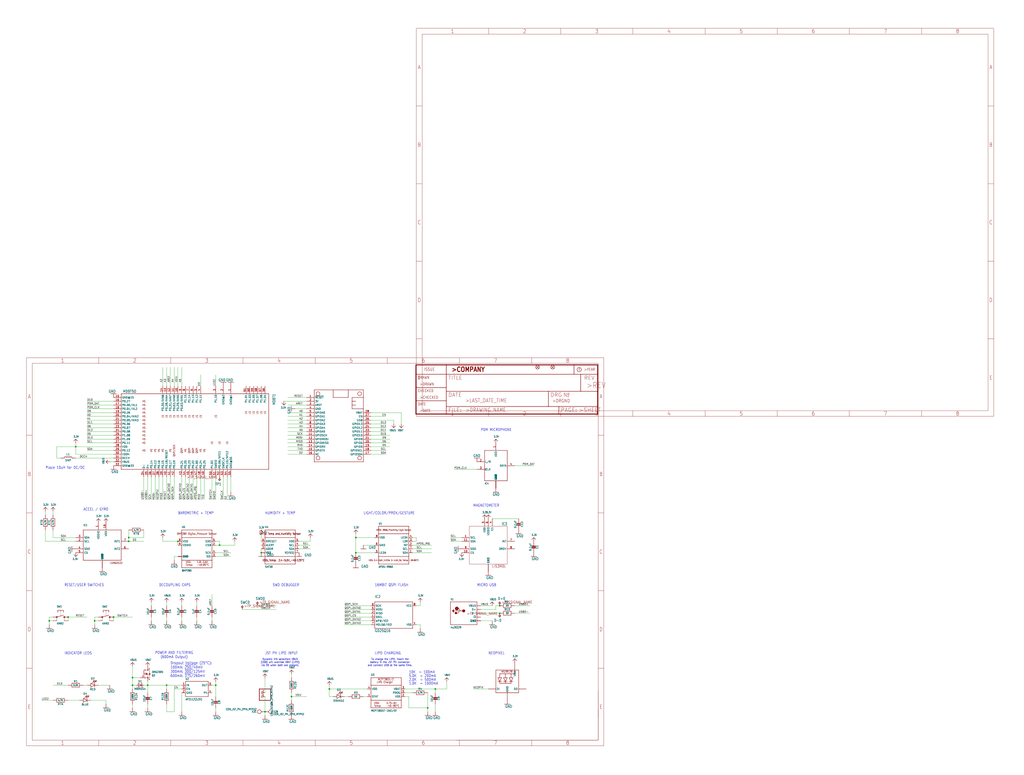
<source format=kicad_sch>
(kicad_sch (version 20211123) (generator eeschema)
  (paper "User" 687.07 520.141)
  (junction (at 238.76 360.68))
  (junction (at 144.78 459.74))
  (junction (at 63.5 416.56))
  (junction (at 88.9 459.74))
  (junction (at 238.76 370.84))
  (junction (at 287.02 474.98))
  (junction (at 119.38 363.22))
  (junction (at 76.2 414.02))
  (junction (at 45.72 414.02))
  (junction (at 88.9 454.66))
  (junction (at 147.32 365.76))
  (junction (at 292.1 462.28))
  (junction (at 33.02 416.56))
  (junction (at 220.98 462.28))
  (junction (at 335.28 406.4))
  (junction (at 177.8 477.52))
  (junction (at 86.36 363.22))
  (junction (at 175.26 370.84))
  (junction (at 335.28 411.48))
  (junction (at 99.06 459.74))
  (junction (at 195.58 467.36))
  (junction (at 111.76 459.74))
  (junction (at 86.36 360.68))
  (junction (at 50.8 299.72))
  (wire (pts (xy 76.2 269.24) (xy 58.42 269.24)))
  (wire (pts (xy 193.04 266.7) (xy 205.74 266.7)))
  (wire (pts (xy 345.44 312.42) (xy 358.14 312.42)))
  (wire (pts (xy 121.92 464.82) (xy 121.92 477.52)))
  (wire (pts (xy 88.9 454.66) (xy 88.9 447.04)))
  (wire (pts (xy 152.4 320.04) (xy 152.4 335.28)))
  (wire (pts (xy 76.2 307.34) (xy 50.8 307.34)))
  (wire (pts (xy 261.62 297.18) (xy 248.92 297.18)))
  (wire (pts (xy 58.42 292.1) (xy 76.2 292.1)))
  (wire (pts (xy 220.98 462.28) (xy 246.38 462.28)))
  (wire (pts (xy 45.72 414.02) (xy 45.72 416.56)))
  (wire (pts (xy 45.72 414.02) (xy 58.42 414.02)))
  (wire (pts (xy 116.84 259.08) (xy 116.84 246.38)))
  (wire (pts (xy 322.58 411.48) (xy 335.28 411.48)))
  (wire (pts (xy 205.74 271.78) (xy 193.04 271.78)))
  (wire (pts (xy 91.44 459.74) (xy 88.9 459.74)))
  (wire (pts (xy 121.92 459.74) (xy 111.76 459.74)))
  (wire (pts (xy 205.74 289.56) (xy 193.04 289.56)))
  (wire (pts (xy 35.56 416.56) (xy 33.02 416.56)))
  (wire (pts (xy 114.3 259.08) (xy 114.3 246.38)))
  (wire (pts (xy 195.58 467.36) (xy 205.74 467.36)))
  (wire (pts (xy 88.9 459.74) (xy 88.9 454.66)))
  (wire (pts (xy 144.78 370.84) (xy 154.94 370.84)))
  (wire (pts (xy 144.78 320.04) (xy 144.78 335.28)))
  (wire (pts (xy 271.78 467.36) (xy 274.32 467.36)))
  (wire (pts (xy 205.74 287.02) (xy 193.04 287.02)))
  (wire (pts (xy 271.78 464.82) (xy 276.86 464.82)))
  (wire (pts (xy 35.56 345.44) (xy 35.56 342.9)))
  (wire (pts (xy 119.38 259.08) (xy 119.38 246.38)))
  (wire (pts (xy 177.8 454.66) (xy 177.8 464.82)))
  (wire (pts (xy 58.42 281.94) (xy 76.2 281.94)))
  (wire (pts (xy 124.46 335.28) (xy 124.46 320.04)))
  (wire (pts (xy 205.74 299.72) (xy 193.04 299.72)))
  (wire (pts (xy 99.06 472.44) (xy 99.06 474.98)))
  (wire (pts (xy 292.1 464.82) (xy 292.1 462.28)))
  (wire (pts (xy 200.66 368.3) (xy 208.28 368.3)))
  (wire (pts (xy 101.6 414.02) (xy 101.6 416.56)))
  (wire (pts (xy 73.66 459.74) (xy 66.04 459.74)))
  (wire (pts (xy 149.86 320.04) (xy 149.86 335.28)))
  (wire (pts (xy 330.2 347.98) (xy 347.98 347.98)))
  (wire (pts (xy 154.94 330.2) (xy 154.94 320.04)))
  (wire (pts (xy 101.6 320.04) (xy 101.6 335.28)))
  (wire (pts (xy 99.06 320.04) (xy 99.06 335.28)))
  (wire (pts (xy 76.2 302.26) (xy 58.42 302.26)))
  (wire (pts (xy 355.6 411.48) (xy 345.44 411.48)))
  (wire (pts (xy 109.22 320.04) (xy 109.22 335.28)))
  (wire (pts (xy 292.1 462.28) (xy 299.72 462.28)))
  (wire (pts (xy 205.74 279.4) (xy 193.04 279.4)))
  (wire (pts (xy 111.76 259.08) (xy 111.76 246.38)))
  (wire (pts (xy 119.38 373.38) (xy 116.84 373.38)))
  (wire (pts (xy 38.1 299.72) (xy 50.8 299.72)))
  (wire (pts (xy 144.78 363.22) (xy 147.32 363.22)))
  (wire (pts (xy 58.42 297.18) (xy 76.2 297.18)))
  (wire (pts (xy 231.14 411.48) (xy 248.92 411.48)))
  (wire (pts (xy 175.26 368.3) (xy 175.26 370.84)))
  (wire (pts (xy 66.04 414.02) (xy 63.5 414.02)))
  (wire (pts (xy 322.58 416.56) (xy 330.2 416.56)))
  (wire (pts (xy 279.4 419.1) (xy 281.94 419.1)))
  (wire (pts (xy 119.38 363.22) (xy 109.22 363.22)))
  (wire (pts (xy 185.42 406.4) (xy 172.72 406.4)))
  (wire (pts (xy 327.66 462.28) (xy 317.5 462.28)))
  (wire (pts (xy 106.68 320.04) (xy 106.68 335.28)))
  (wire (pts (xy 33.02 416.56) (xy 33.02 419.1)))
  (wire (pts (xy 30.48 363.22) (xy 50.8 363.22)))
  (wire (pts (xy 243.84 467.36) (xy 246.38 467.36)))
  (wire (pts (xy 289.56 370.84) (xy 276.86 370.84)))
  (wire (pts (xy 322.58 408.94) (xy 332.74 408.94)))
  (wire (pts (xy 279.4 406.4) (xy 281.94 406.4)))
  (wire (pts (xy 45.72 459.74) (xy 35.56 459.74)))
  (wire (pts (xy 200.66 365.76) (xy 208.28 365.76)))
  (wire (pts (xy 121.92 335.28) (xy 121.92 320.04)))
  (wire (pts (xy 109.22 259.08) (xy 109.22 246.38)))
  (wire (pts (xy 63.5 416.56) (xy 63.5 419.1)))
  (wire (pts (xy 276.86 365.76) (xy 289.56 365.76)))
  (wire (pts (xy 88.9 474.98) (xy 88.9 472.44)))
  (wire (pts (xy 132.08 320.04) (xy 132.08 335.28)))
  (wire (pts (xy 299.72 457.2) (xy 299.72 462.28)))
  (wire (pts (xy 220.98 467.36) (xy 220.98 462.28)))
  (wire (pts (xy 88.9 462.28) (xy 88.9 459.74)))
  (wire (pts (xy 152.4 335.28) (xy 154.94 335.28)))
  (wire (pts (xy 35.56 355.6) (xy 35.56 360.68)))
  (wire (pts (xy 76.2 414.02) (xy 76.2 416.56)))
  (wire (pts (xy 96.52 355.6) (xy 96.52 360.68)))
  (wire (pts (xy 66.04 416.56) (xy 63.5 416.56)))
  (wire (pts (xy 259.08 287.02) (xy 248.92 287.02)))
  (wire (pts (xy 177.8 480.06) (xy 177.8 477.52)))
  (wire (pts (xy 50.8 304.8) (xy 50.8 299.72)))
  (wire (pts (xy 259.08 284.48) (xy 248.92 284.48)))
  (wire (pts (xy 195.58 452.12) (xy 195.58 454.66)))
  (wire (pts (xy 96.52 459.74) (xy 99.06 459.74)))
  (wire (pts (xy 332.74 406.4) (xy 335.28 406.4)))
  (wire (pts (xy 287.02 474.98) (xy 287.02 477.52)))
  (wire (pts (xy 287.02 464.82) (xy 287.02 474.98)))
  (wire (pts (xy 198.12 274.32) (xy 205.74 274.32)))
  (wire (pts (xy 251.46 365.76) (xy 243.84 365.76)))
  (wire (pts (xy 86.36 363.22) (xy 96.52 363.22)))
  (wire (pts (xy 144.78 459.74) (xy 144.78 457.2)))
  (wire (pts (xy 261.62 292.1) (xy 248.92 292.1)))
  (wire (pts (xy 205.74 292.1) (xy 193.04 292.1)))
  (wire (pts (xy 76.2 276.86) (xy 58.42 276.86)))
  (wire (pts (xy 58.42 271.78) (xy 76.2 271.78)))
  (wire (pts (xy 76.2 279.4) (xy 58.42 279.4)))
  (wire (pts (xy 248.92 406.4) (xy 231.14 406.4)))
  (wire (pts (xy 248.92 281.94) (xy 264.16 281.94)))
  (wire (pts (xy 33.02 414.02) (xy 33.02 416.56)))
  (wire (pts (xy 157.48 365.76) (xy 157.48 363.22)))
  (wire (pts (xy 162.56 408.94) (xy 185.42 408.94)))
  (wire (pts (xy 205.74 304.8) (xy 193.04 304.8)))
  (wire (pts (xy 116.84 477.52) (xy 111.76 477.52)))
  (wire (pts (xy 248.92 304.8) (xy 259.08 304.8)))
  (wire (pts (xy 274.32 467.36) (xy 274.32 474.98)))
  (wire (pts (xy 302.26 363.22) (xy 309.88 363.22)))
  (wire (pts (xy 127 320.04) (xy 127 335.28)))
  (wire (pts (xy 200.66 363.22) (xy 208.28 363.22)))
  (wire (pts (xy 134.62 320.04) (xy 134.62 335.28)))
  (wire (pts (xy 121.92 414.02) (xy 121.92 416.56)))
  (wire (pts (xy 30.48 355.6) (xy 30.48 363.22)))
  (wire (pts (xy 76.2 289.56) (xy 58.42 289.56)))
  (wire (pts (xy 292.1 472.44) (xy 292.1 477.52)))
  (wire (pts (xy 248.92 302.26) (xy 259.08 302.26)))
  (wire (pts (xy 231.14 416.56) (xy 248.92 416.56)))
  (wire (pts (xy 129.54 320.04) (xy 129.54 335.28)))
  (wire (pts (xy 38.1 307.34) (xy 38.1 299.72)))
  (wire (pts (xy 251.46 360.68) (xy 238.76 360.68)))
  (wire (pts (xy 76.2 287.02) (xy 58.42 287.02)))
  (wire (pts (xy 195.58 467.36) (xy 195.58 469.9)))
  (wire (pts (xy 63.5 414.02) (xy 63.5 416.56)))
  (wire (pts (xy 93.98 454.66) (xy 88.9 454.66)))
  (wire (pts (xy 132.08 414.02) (xy 132.08 416.56)))
  (wire (pts (xy 58.42 459.74) (xy 55.88 459.74)))
  (wire (pts (xy 96.52 360.68) (xy 86.36 360.68)))
  (wire (pts (xy 205.74 281.94) (xy 193.04 281.94)))
  (wire (pts (xy 35.56 414.02) (xy 33.02 414.02)))
  (wire (pts (xy 279.4 360.68) (xy 279.4 363.22)))
  (wire (pts (xy 116.84 462.28) (xy 116.84 477.52)))
  (wire (pts (xy 251.46 370.84) (xy 238.76 370.84)))
  (wire (pts (xy 76.2 299.72) (xy 50.8 299.72)))
  (wire (pts (xy 111.76 477.52) (xy 111.76 472.44)))
  (wire (pts (xy 330.2 406.4) (xy 322.58 406.4)))
  (wire (pts (xy 320.04 314.96) (xy 304.8 314.96)))
  (wire (pts (xy 86.36 360.68) (xy 86.36 355.6)))
  (wire (pts (xy 40.64 307.34) (xy 38.1 307.34)))
  (wire (pts (xy 269.24 276.86) (xy 269.24 284.48)))
  (wire (pts (xy 99.06 457.2) (xy 99.06 459.74)))
  (wire (pts (xy 231.14 419.1) (xy 248.92 419.1)))
  (wire (pts (xy 35.56 469.9) (xy 27.94 469.9)))
  (wire (pts (xy 111.76 462.28) (xy 111.76 459.74)))
  (wire (pts (xy 99.06 464.82) (xy 99.06 459.74)))
  (wire (pts (xy 142.24 416.56) (xy 142.24 414.02)))
  (wire (pts (xy 259.08 289.56) (xy 248.92 289.56)))
  (wire (pts (xy 121.92 406.4) (xy 121.92 403.86)))
  (wire (pts (xy 76.2 414.02) (xy 88.9 414.02)))
  (wire (pts (xy 355.6 406.4) (xy 345.44 406.4)))
  (wire (pts (xy 281.94 419.1) (xy 281.94 421.64)))
  (wire (pts (xy 50.8 299.72) (xy 50.8 297.18)))
  (wire (pts (xy 104.14 320.04) (xy 104.14 335.28)))
  (wire (pts (xy 111.76 320.04) (xy 111.76 335.28)))
  (wire (pts (xy 144.78 373.38) (xy 154.94 373.38)))
  (wire (pts (xy 132.08 406.4) (xy 132.08 403.86)))
  (wire (pts (xy 248.92 299.72) (xy 261.62 299.72)))
  (wire (pts (xy 50.8 360.68) (xy 35.56 360.68)))
  (wire (pts (xy 292.1 462.28) (xy 271.78 462.28)))
  (wire (pts (xy 279.4 363.22) (xy 276.86 363.22)))
  (wire (pts (xy 147.32 365.76) (xy 157.48 365.76)))
  (wire (pts (xy 274.32 474.98) (xy 287.02 474.98)))
  (wire (pts (xy 76.2 309.88) (xy 73.66 309.88)))
  (wire (pts (xy 142.24 459.74) (xy 144.78 459.74)))
  (wire (pts (xy 142.24 320.04) (xy 142.24 335.28)))
  (wire (pts (xy 121.92 462.28) (xy 116.84 462.28)))
  (wire (pts (xy 205.74 302.26) (xy 193.04 302.26)))
  (wire (pts (xy 238.76 370.84) (xy 238.76 360.68)))
  (wire (pts (xy 205.74 269.24) (xy 190.5 269.24)))
  (wire (pts (xy 142.24 406.4) (xy 142.24 398.78)))
  (wire (pts (xy 144.78 365.76) (xy 147.32 365.76)))
  (wire (pts (xy 220.98 459.74) (xy 220.98 462.28)))
  (wire (pts (xy 223.52 467.36) (xy 220.98 467.36)))
  (wire (pts (xy 111.76 406.4) (xy 111.76 403.86)))
  (wire (pts (xy 53.34 469.9) (xy 45.72 469.9)))
  (wire (pts (xy 261.62 294.64) (xy 248.92 294.64)))
  (wire (pts (xy 99.06 459.74) (xy 111.76 459.74)))
  (wire (pts (xy 289.56 368.3) (xy 276.86 368.3)))
  (wire (pts (xy 248.92 279.4) (xy 259.08 279.4)))
  (wire (pts (xy 231.14 467.36) (xy 233.68 467.36)))
  (wire (pts (xy 248.92 408.94) (xy 231.14 408.94)))
  (wire (pts (xy 208.28 363.22) (xy 208.28 360.68)))
  (wire (pts (xy 134.62 259.08) (xy 134.62 251.46)))
  (wire (pts (xy 101.6 406.4) (xy 101.6 403.86)))
  (wire (pts (xy 205.74 276.86) (xy 193.04 276.86)))
  (wire (pts (xy 144.78 474.98) (xy 144.78 477.52)))
  (wire (pts (xy 147.32 363.22) (xy 147.32 365.76)))
  (wire (pts (xy 121.92 259.08) (xy 121.92 246.38)))
  (wire (pts (xy 238.76 360.68) (xy 238.76 358.14)))
  (wire (pts (xy 116.84 335.28) (xy 116.84 320.04)))
  (wire (pts (xy 86.36 360.68) (xy 86.36 363.22)))
  (wire (pts (xy 76.2 294.64) (xy 58.42 294.64)))
  (wire (pts (xy 248.92 276.86) (xy 269.24 276.86)))
  (wire (pts (xy 111.76 414.02) (xy 111.76 416.56)))
  (wire (pts (xy 71.12 469.9) (xy 71.12 472.44)))
  (wire (pts (xy 119.38 365.76) (xy 119.38 363.22)))
  (wire (pts (xy 231.14 414.02) (xy 248.92 414.02)))
  (wire (pts (xy 177.8 477.52) (xy 177.8 467.36)))
  (wire (pts (xy 114.3 335.28) (xy 114.3 320.04)))
  (wire (pts (xy 30.48 342.9) (xy 30.48 345.44)))
  (wire (pts (xy 281.94 406.4) (xy 281.94 403.86)))
  (wire (pts (xy 116.84 373.38) (xy 116.84 375.92)))
  (wire (pts (xy 76.2 284.48) (xy 58.42 284.48)))
  (wire (pts (xy 137.16 320.04) (xy 137.16 335.28)))
  (wire (pts (xy 193.04 297.18) (xy 205.74 297.18)))
  (wire (pts (xy 144.78 259.08) (xy 144.78 251.46)))
  (wire (pts (xy 264.16 281.94) (xy 264.16 284.48)))
  (wire (pts (xy 309.88 360.68) (xy 302.26 360.68)))
  (wire (pts (xy 276.86 360.68) (xy 279.4 360.68)))
  (wire (pts (xy 71.12 469.9) (xy 60.96 469.9)))
  (wire (pts (xy 175.26 363.22) (xy 175.26 358.14)))
  (wire (pts (xy 96.52 335.28) (xy 96.52 320.04)))
  (wire (pts (xy 193.04 294.64) (xy 205.74 294.64)))
  (wire (pts (xy 332.74 408.94) (xy 332.74 406.4)))
  (wire (pts (xy 76.2 304.8) (xy 50.8 304.8)))
  (wire (pts (xy 205.74 284.48) (xy 193.04 284.48)))
  (wire (pts (xy 76.2 274.32) (xy 58.42 274.32)))
  (wire (pts (xy 144.78 467.36) (xy 144.78 459.74)))
  (wire (pts (xy 109.22 363.22) (xy 109.22 360.68)))
  (wire (pts (xy 195.58 464.82) (xy 195.58 467.36)))
  (text "1.0K  = 1000mA" (at 274.32 459.74 180) (effects (font (size 1.778 1.5113)) (justify left bottom)))
  (text "NEOPIXEL" (at 327.66 439.42 180) (effects (font (size 1.778 1.5113)) (justify left bottom)))
  (text "5.0K  = 200mA" (at 274.32 454.66 180) (effects (font (size 1.778 1.5113)) (justify left bottom)))
  (text "Place 10uH for DC/DC" (at 30.48 314.96 180) (effects (font (size 1.778 1.5113)) (justify left bottom)))
  (text "BAROMETRIC + TEMP" (at 119.38 345.44 180) (effects (font (size 1.778 1.5113)) (justify left bottom)))
  (text "HUMIDITY + TEMP" (at 177.8 345.44 180) (effects (font (size 1.778 1.5113)) (justify left bottom)))
  (text "LIPO CHARGING" (at 251.46 439.42 180) (effects (font (size 1.778 1.5113)) (justify left bottom)))
  (text "RESET/USER SWITCHES" (at 43.18 393.7 180) (effects (font (size 1.778 1.5113)) (justify left bottom)))
  (text "POWER AND FILTERING\n(600mA Output)" (at 116.84 441.96 180) (effects (font (size 1.778 1.5113)) (justify bottom)))
  (text "MAGNETOMETER" (at 317.5 340.36 180) (effects (font (size 1.778 1.5113)) (justify left bottom)))
  (text "LIGHT/COLOR/PROX/GESTURE" (at 243.84 345.44 180) (effects (font (size 1.778 1.5113)) (justify left bottom)))
  (text "SWD DEBUGGER" (at 182.88 393.7 180) (effects (font (size 1.778 1.5113)) (justify left bottom)))
  (text "JST PH LIPO INPUT" (at 177.8 439.42 180) (effects (font (size 1.778 1.5113)) (justify left bottom)))
  (text "ACCEL / GYRO" (at 55.88 342.9 180) (effects (font (size 1.778 1.5113)) (justify left bottom)))
  (text "DECOUPLING CAPS" (at 106.68 393.7 180) (effects (font (size 1.778 1.5113)) (justify left bottom)))
  (text "INDICATOR LEDS" (at 43.18 439.42 180) (effects (font (size 1.778 1.5113)) (justify left bottom)))
  (text "MICRO USB" (at 320.04 393.7 180) (effects (font (size 1.778 1.5113)) (justify left bottom)))
  (text "Dropout Voltage (25°C):\n100mA: ~{250/}40mV\n300mA: ~{300/}125mV\n600mA: ~{375/}260mV" (at 114.3 454.66 0) (effects (font (size 1.778 1.5113)) (justify left bottom)))
  (text "2.0K  = 500mA" (at 274.32 457.2 180) (effects (font (size 1.778 1.5113)) (justify left bottom)))
  (text "10K  = 100mA" (at 274.32 452.12 180) (effects (font (size 1.778 1.5113)) (justify left bottom)))
  (text "To charge the LIPO, insert the\nbattery in the JST PH connector\nand connect USB at the same time." (at 261.62 444.5 0) (effects (font (size 1.27 1.0795))))
  (text "Dynamic VIN selection: VBUS\n(USB) will override VBAT (LIPO)\nvia D5 when both are present." (at 187.96 444.5 0) (effects (font (size 1.27 1.0795))))
  (text "16MBIT QSPI FLASH" (at 251.46 393.7 180) (effects (font (size 1.778 1.5113)) (justify left bottom)))
  (text "PDM MICROPHONE" (at 322.58 289.56 180) (effects (font (size 1.778 1.5113)) (justify left bottom)))
  (label "QSPI_DATA2" (at 127 335.28 90) (effects (font (size 1.2446 1.2446))))
  (label "RESET" (at 50.8 414.02 0) (effects (font (size 1.2446 1.2446))))
  (label "APDS_IRQ" (at 279.4 365.76 0) (effects (font (size 1.2446 1.2446))))
  (label "USBD-" (at 96.52 335.28 90) (effects (font (size 1.2446 1.2446))))
  (label "D11" (at 58.42 284.48 0) (effects (font (size 1.2446 1.2446))))
  (label "SDA" (at 302.26 363.22 0) (effects (font (size 1.2446 1.2446))))
  (label "A0" (at 58.42 279.4 0) (effects (font (size 1.2446 1.2446))))
  (label "SWDIO" (at 144.78 335.28 90) (effects (font (size 1.2446 1.2446))))
  (label "A3" (at 111.76 256.54 90) (effects (font (size 1.2446 1.2446))))
  (label "A0" (at 203.2 276.86 180) (effects (font (size 1.2446 1.2446))))
  (label "D13" (at 58.42 294.64 0) (effects (font (size 1.2446 1.2446))))
  (label "D12" (at 58.42 289.56 0) (effects (font (size 1.2446 1.2446))))
  (label "SCL" (at 203.2 365.76 0) (effects (font (size 1.2446 1.2446))))
  (label "A2" (at 203.2 281.94 180) (effects (font (size 1.2446 1.2446))))
  (label "LED2" (at 27.94 469.9 0) (effects (font (size 1.2446 1.2446))))
  (label "USBD-" (at 347.98 411.48 0) (effects (font (size 1.2446 1.2446))))
  (label "SDA" (at 40.64 360.68 0) (effects (font (size 1.2446 1.2446))))
  (label "3.3V" (at 175.26 358.14 0) (effects (font (size 1.2446 1.2446))))
  (label "SCL" (at 149.86 370.84 0) (effects (font (size 1.2446 1.2446))))
  (label "TXD" (at 203.2 302.26 180) (effects (font (size 1.2446 1.2446))))
  (label "RESET" (at 203.2 266.7 180) (effects (font (size 1.2446 1.2446))))
  (label "RXD" (at 134.62 335.28 90) (effects (font (size 1.2446 1.2446))))
  (label "RESET" (at 111.76 335.28 90) (effects (font (size 1.2446 1.2446))))
  (label "D13" (at 259.08 284.48 180) (effects (font (size 1.2446 1.2446))))
  (label "SWCLK" (at 149.86 335.28 90) (effects (font (size 1.2446 1.2446))))
  (label "SWITCH" (at 78.74 414.02 0) (effects (font (size 1.2446 1.2446))))
  (label "D10" (at 58.42 269.24 0) (effects (font (size 1.2446 1.2446))))
  (label "D6" (at 58.42 287.02 0) (effects (font (size 1.2446 1.2446))))
  (label "D12" (at 259.08 287.02 180) (effects (font (size 1.2446 1.2446))))
  (label "QSPI_DATA3" (at 121.92 335.28 90) (effects (font (size 1.2446 1.2446))))
  (label "TXD" (at 137.16 335.28 90) (effects (font (size 1.2446 1.2446))))
  (label "D2" (at 203.2 304.8 180) (effects (font (size 1.2446 1.2446))))
  (label "QSPI_CS" (at 124.46 335.28 90) (effects (font (size 1.2446 1.2446))))
  (label "D5" (at 58.42 292.1 0) (effects (font (size 1.2446 1.2446))))
  (label "SCL" (at 279.4 368.3 0) (effects (font (size 1.2446 1.2446))))
  (label "A4" (at 116.84 256.54 90) (effects (font (size 1.2446 1.2446))))
  (label "SWITCH" (at 142.24 335.28 90) (effects (font (size 1.2446 1.2446))))
  (label "SDA" (at 203.2 368.3 0) (effects (font (size 1.2446 1.2446))))
  (label "MISO" (at 203.2 297.18 180) (effects (font (size 1.2446 1.2446))))
  (label "MISO" (at 109.22 335.28 90) (effects (font (size 1.2446 1.2446))))
  (label "AREF" (at 203.2 271.78 180) (effects (font (size 1.2446 1.2446))))
  (label "APDS_IRQ" (at 132.08 335.28 90) (effects (font (size 1.2446 1.2446))))
  (label "NEOPIX" (at 106.68 335.28 90) (effects (font (size 1.2446 1.2446))))
  (label "EN" (at 116.84 462.28 0) (effects (font (size 1.2446 1.2446))))
  (label "QSPI_DATA2" (at 231.14 416.56 0) (effects (font (size 1.2446 1.2446))))
  (label "SCK" (at 203.2 292.1 180) (effects (font (size 1.2446 1.2446))))
  (label "A4" (at 203.2 287.02 180) (effects (font (size 1.2446 1.2446))))
  (label "SCK" (at 101.6 335.28 90) (effects (font (size 1.2446 1.2446))))
  (label "SWCLK" (at 175.26 408.94 0) (effects (font (size 1.2446 1.2446))))
  (label "A1" (at 203.2 279.4 180) (effects (font (size 1.2446 1.2446))))
  (label "MOSI" (at 104.14 335.28 90) (effects (font (size 1.2446 1.2446))))
  (label "AREF" (at 114.3 256.54 90) (effects (font (size 1.2446 1.2446))))
  (label "AREF" (at 142.24 406.4 90) (effects (font (size 1.2446 1.2446))))
  (label "D10" (at 259.08 292.1 180) (effects (font (size 1.2446 1.2446))))
  (label "D11" (at 259.08 289.56 180) (effects (font (size 1.2446 1.2446))))
  (label "D6" (at 259.08 297.18 180) (effects (font (size 1.2446 1.2446))))
  (label "MOSI" (at 203.2 294.64 180) (effects (font (size 1.2446 1.2446))))
  (label "A1" (at 58.42 281.94 0) (effects (font (size 1.2446 1.2446))))
  (label "EN" (at 259.08 279.4 180) (effects (font (size 1.2446 1.2446))))
  (label "SDA" (at 259.08 304.8 180) (effects (font (size 1.2446 1.2446))))
  (label "VBUS" (at 322.58 406.4 0) (effects (font (size 1.2446 1.2446))))
  (label "QSPI_SCK" (at 116.84 335.28 90) (effects (font (size 1.2446 1.2446))))
  (label "A5" (at 203.2 289.56 180) (effects (font (size 1.2446 1.2446))))
  (label "SCL" (at 58.42 297.18 0) (effects (font (size 1.2446 1.2446))))
  (label "VDIV" (at 119.38 256.54 90) (effects (font (size 1.2446 1.2446))))
  (label "A3" (at 203.2 284.48 180) (effects (font (size 1.2446 1.2446))))
  (label "VDIV" (at 198.12 467.36 0) (effects (font (size 1.2446 1.2446))))
  (label "D3" (at 88.9 363.22 0) (effects (font (size 1.2446 1.2446))))
  (label "SWDIO" (at 175.26 406.4 0) (effects (font (size 1.2446 1.2446))))
  (label "SDA" (at 58.42 302.26 0) (effects (font (size 1.2446 1.2446))))
  (label "SCL" (at 40.64 363.22 0) (effects (font (size 1.2446 1.2446))))
  (label "QSPI_DATA0" (at 231.14 408.94 0) (effects (font (size 1.2446 1.2446))))
  (label "D9" (at 58.42 276.86 0) (effects (font (size 1.2446 1.2446))))
  (label "A5" (at 121.92 256.54 90) (effects (font (size 1.2446 1.2446))))
  (label "D2" (at 152.4 335.28 90) (effects (font (size 1.2446 1.2446))))
  (label "QSPI_DATA1" (at 129.54 335.28 90) (effects (font (size 1.2446 1.2446))))
  (label "D13" (at 38.1 459.74 0) (effects (font (size 1.2446 1.2446))))
  (label "QSPI_SCK" (at 231.14 406.4 0) (effects (font (size 1.2446 1.2446))))
  (label "QSPI_DATA1" (at 231.14 411.48 0) (effects (font (size 1.2446 1.2446))))
  (label "SDA" (at 149.86 373.38 0) (effects (font (size 1.2446 1.2446))))
  (label "D5" (at 259.08 299.72 180) (effects (font (size 1.2446 1.2446))))
  (label "SDA" (at 279.4 370.84 0) (effects (font (size 1.2446 1.2446))))
  (label "NEOPIX" (at 317.5 462.28 0) (effects (font (size 1.2446 1.2446))))
  (label "USBD+" (at 99.06 335.28 90) (effects (font (size 1.2446 1.2446))))
  (label "DCCH" (at 53.34 307.34 0) (effects (font (size 1.2446 1.2446))))
  (label "PDM_CLK" (at 304.8 314.96 0) (effects (font (size 1.2446 1.2446))))
  (label "SCL" (at 259.08 302.26 180) (effects (font (size 1.2446 1.2446))))
  (label "PDM_DAT" (at 58.42 271.78 0) (effects (font (size 1.2446 1.2446))))
  (label "PDM_CLK" (at 58.42 274.32 0) (effects (font (size 1.2446 1.2446))))
  (label "D3" (at 134.62 259.08 90) (effects (font (size 1.2446 1.2446))))
  (label "QSPI_DATA3" (at 231.14 419.1 0) (effects (font (size 1.2446 1.2446))))
  (label "A2" (at 109.22 256.54 90) (effects (font (size 1.2446 1.2446))))
  (label "QSPI_DATA0" (at 114.3 335.28 90) (effects (font (size 1.2446 1.2446))))
  (label "USBD+" (at 347.98 406.4 0) (effects (font (size 1.2446 1.2446))))
  (label "PDM_DAT" (at 350.52 312.42 0) (effects (font (size 1.2446 1.2446))))
  (label "QSPI_CS" (at 231.14 414.02 0) (effects (font (size 1.2446 1.2446))))
  (label "SCL" (at 302.26 360.68 0) (effects (font (size 1.2446 1.2446))))
  (label "LED2" (at 144.78 259.08 90) (effects (font (size 1.2446 1.2446))))
  (label "D9" (at 259.08 294.64 180) (effects (font (size 1.2446 1.2446))))
  (label "RXD" (at 203.2 299.72 180) (effects (font (size 1.2446 1.2446))))
  (symbol (lib_id "schematicEagle-eagle-import:3.3V") (at 132.08 401.32 0) (unit 1)
    (property "Reference" "#U$35" (effects hide))
    (property "Value" "3.3V" (at 130.556 400.304 0) (effects (font (size 1.27 1.0795)) (justify left bottom)))
    (property "Footprint" "schematicEagle:" (effects hide))
  )
  (symbol (lib_id "schematicEagle-eagle-import:RESISTOR_4PACK") (at 35.56 350.52 90) (unit 3)
    (property "Reference" "R7" (at 33.02 350.52 0))
    (property "Value" "4.7K" (at 35.56 350.52 0) (effects (font (size 1.016 1.016) bold)))
    (property "Footprint" "schematicEagle:RESPACK_4X0603" (effects hide))
  )
  (symbol (lib_id "schematicEagle-eagle-import:GND") (at 320.04 307.34 0) (mirror x) (unit 1)
    (property "Reference" "#GND6" (effects hide))
    (property "Value" "GND" (at 317.5 304.8 0) (effects (font (size 1.778 1.5113)) (justify left bottom)))
    (property "Footprint" "schematicEagle:" (effects hide))
  )
  (symbol (lib_id "schematicEagle-eagle-import:GND") (at 68.58 383.54 0) (unit 1)
    (property "Reference" "#U$41" (effects hide))
    (property "Value" "GND" (at 67.056 386.08 0) (effects (font (size 1.778 1.5113)) (justify left bottom)))
    (property "Footprint" "schematicEagle:" (effects hide))
  )
  (symbol (lib_id "schematicEagle-eagle-import:CON_JST_PH_2PIN_MTPH2") (at 177.8 477.52 90) (unit 3)
    (property "Reference" "X2" (at 172.212 477.52 90) (effects (font (size 1.27 1.0795)) (justify left)))
    (property "Value" "CON_JST_PH_2PIN_MTPH2" (at 172.212 475.869 90) (effects (font (size 1.27 1.0795)) (justify left)))
    (property "Footprint" "schematicEagle:JSTPH2" (effects hide))
  )
  (symbol (lib_id "schematicEagle-eagle-import:SWITCH_TACT_SMT4.6X2.8") (at 71.12 414.02 0) (unit 1)
    (property "Reference" "SW2" (at 68.58 407.67 0) (effects (font (size 1.27 1.0795)) (justify left bottom)))
    (property "Value" "KMR2" (at 68.58 419.1 0) (effects (font (size 1.27 1.0795)) (justify left bottom)))
    (property "Footprint" "schematicEagle:BTN_KMR2_4.6X2.8" (effects hide))
  )
  (symbol (lib_id "schematicEagle-eagle-import:3.3V") (at 101.6 401.32 0) (unit 1)
    (property "Reference" "#U$22" (effects hide))
    (property "Value" "3.3V" (at 100.076 400.304 0) (effects (font (size 1.27 1.0795)) (justify left bottom)))
    (property "Footprint" "schematicEagle:" (effects hide))
  )
  (symbol (lib_id "schematicEagle-eagle-import:GND") (at 340.36 472.44 0) (unit 1)
    (property "Reference" "#U$60" (effects hide))
    (property "Value" "GND" (at 338.836 474.98 0) (effects (font (size 1.778 1.5113)) (justify left bottom)))
    (property "Footprint" "schematicEagle:" (effects hide))
  )
  (symbol (lib_id "schematicEagle-eagle-import:FIDUCIAL_1MM") (at 370.84 246.38 0) (unit 1)
    (property "Reference" "FID1" (effects hide))
    (property "Value" "FIDUCIAL_1MM" (effects hide))
    (property "Footprint" "schematicEagle:FIDUCIAL_1MM" (effects hide))
  )
  (symbol (lib_id "schematicEagle-eagle-import:GND") (at 73.66 462.28 0) (unit 1)
    (property "Reference" "#U$15" (effects hide))
    (property "Value" "GND" (at 72.136 464.82 0) (effects (font (size 1.778 1.5113)) (justify left bottom)))
    (property "Footprint" "schematicEagle:" (effects hide))
  )
  (symbol (lib_id "schematicEagle-eagle-import:LSM6DS33") (at 68.58 365.76 0) (unit 1)
    (property "Reference" "IC1" (at 55.88 353.06 0) (effects (font (size 1.27 1.0795)) (justify left bottom)))
    (property "Value" "LSM6DS33" (effects hide))
    (property "Footprint" "schematicEagle:LGA16_3X3MM" (effects hide))
  )
  (symbol (lib_id "schematicEagle-eagle-import:USB_MICRO_20329_V2") (at 312.42 411.48 0) (unit 1)
    (property "Reference" "X1" (at 302.26 402.844 0) (effects (font (size 1.27 1.0795)) (justify left bottom)))
    (property "Value" "4u20329" (at 302.26 421.64 0) (effects (font (size 1.27 1.0795)) (justify left bottom)))
    (property "Footprint" "schematicEagle:4UCONN_20329_V2" (effects hide))
  )
  (symbol (lib_id "schematicEagle-eagle-import:RESISTOR_4PACK") (at 40.64 469.9 180) (unit 1)
    (property "Reference" "R7" (at 40.64 472.44 0))
    (property "Value" "4.7K" (at 40.64 469.9 0) (effects (font (size 1.016 1.016) bold)))
    (property "Footprint" "schematicEagle:RESPACK_4X0603" (effects hide))
  )
  (symbol (lib_id "schematicEagle-eagle-import:RESISTOR_0603_NOOUT") (at 238.76 467.36 0) (unit 1)
    (property "Reference" "R3" (at 238.76 464.82 0))
    (property "Value" "1K" (at 238.76 467.36 0) (effects (font (size 1.016 1.016) bold)))
    (property "Footprint" "schematicEagle:0603-NO" (effects hide))
  )
  (symbol (lib_id "schematicEagle-eagle-import:CAP_CERAMIC0805-NOOUTLINE") (at 111.76 408.94 180) (unit 1)
    (property "Reference" "C6" (at 114.05 410.19 90))
    (property "Value" "10uF" (at 109.46 410.19 90))
    (property "Footprint" "schematicEagle:0805-NO" (effects hide))
  )
  (symbol (lib_id "schematicEagle-eagle-import:RESISTOR_0603_NOOUT") (at 340.36 406.4 0) (unit 1)
    (property "Reference" "R11" (at 340.36 403.86 0))
    (property "Value" "22" (at 340.36 406.4 0) (effects (font (size 1.016 1.016) bold)))
    (property "Footprint" "schematicEagle:0603-NO" (effects hide))
  )
  (symbol (lib_id "schematicEagle-eagle-import:TPTP10R") (at 335.28 414.02 180) (unit 1)
    (property "Reference" "D-0" (at 336.55 415.29 0) (effects (font (size 1.778 1.5113)) (justify left bottom)))
    (property "Value" "TPTP10R" (effects hide))
    (property "Footprint" "schematicEagle:TP10R" (effects hide))
  )
  (symbol (lib_id "schematicEagle-eagle-import:LIS3MDL") (at 327.66 365.76 0) (unit 1)
    (property "Reference" "IC3" (at 340.36 350.52 0) (effects (font (size 1.778 1.5113)) (justify right top)))
    (property "Value" "LIS3MDL" (effects hide))
    (property "Footprint" "schematicEagle:LGA12_2X2MM" (effects hide))
  )
  (symbol (lib_id "schematicEagle-eagle-import:MOSFET-P") (at 99.06 452.12 0) (mirror x) (unit 1)
    (property "Reference" "Q3" (at 101.854 452.501 0) (effects (font (size 1.27 1.0795)) (justify left bottom)))
    (property "Value" "DMG2305" (at 101.854 450.215 0) (effects (font (size 1.27 1.0795)) (justify left bottom)))
    (property "Footprint" "schematicEagle:SOT23-R" (effects hide))
  )
  (symbol (lib_id "schematicEagle-eagle-import:GND") (at 330.2 419.1 0) (unit 1)
    (property "Reference" "#U$19" (effects hide))
    (property "Value" "GND" (at 328.676 421.64 0) (effects (font (size 1.778 1.5113)) (justify left bottom)))
    (property "Footprint" "schematicEagle:" (effects hide))
  )
  (symbol (lib_id "schematicEagle-eagle-import:INDUCTOR_0805MP") (at 45.72 307.34 0) (unit 1)
    (property "Reference" "L1" (at 45.72 304.8 0))
    (property "Value" "DNP" (at 45.72 308.88 0))
    (property "Footprint" "schematicEagle:_0805MP" (effects hide))
  )
  (symbol (lib_id "schematicEagle-eagle-import:CAP_CERAMIC0603_NO") (at 121.92 408.94 180) (unit 1)
    (property "Reference" "C3" (at 124.21 410.19 90))
    (property "Value" "0.1uF" (at 119.62 410.19 90))
    (property "Footprint" "schematicEagle:0603-NO" (effects hide))
  )
  (symbol (lib_id "schematicEagle-eagle-import:GND") (at 99.06 477.52 0) (unit 1)
    (property "Reference" "#U$4" (effects hide))
    (property "Value" "GND" (at 97.536 480.06 0) (effects (font (size 1.778 1.5113)) (justify left bottom)))
    (property "Footprint" "schematicEagle:" (effects hide))
  )
  (symbol (lib_id "schematicEagle-eagle-import:VBUS") (at 88.9 444.5 0) (unit 1)
    (property "Reference" "#U$13" (effects hide))
    (property "Value" "VBUS" (at 87.376 443.484 0) (effects (font (size 1.27 1.0795)) (justify left bottom)))
    (property "Footprint" "schematicEagle:" (effects hide))
  )
  (symbol (lib_id "schematicEagle-eagle-import:3.3V") (at 66.04 347.98 0) (unit 1)
    (property "Reference" "#U$16" (effects hide))
    (property "Value" "3.3V" (at 64.516 346.964 0) (effects (font (size 1.27 1.0795)) (justify left bottom)))
    (property "Footprint" "schematicEagle:" (effects hide))
  )
  (symbol (lib_id "schematicEagle-eagle-import:3.3V") (at 325.12 345.44 0) (unit 1)
    (property "Reference" "#U$27" (effects hide))
    (property "Value" "3.3V" (at 323.596 344.424 0) (effects (font (size 1.27 1.0795)) (justify left bottom)))
    (property "Footprint" "schematicEagle:" (effects hide))
  )
  (symbol (lib_id "schematicEagle-eagle-import:VBUS") (at 330.2 403.86 0) (unit 1)
    (property "Reference" "#U$21" (effects hide))
    (property "Value" "VBUS" (at 328.676 402.844 0) (effects (font (size 1.27 1.0795)) (justify left bottom)))
    (property "Footprint" "schematicEagle:" (effects hide))
  )
  (symbol (lib_id "schematicEagle-eagle-import:GND") (at 88.9 477.52 0) (unit 1)
    (property "Reference" "#U$44" (effects hide))
    (property "Value" "GND" (at 87.376 480.06 0) (effects (font (size 1.778 1.5113)) (justify left bottom)))
    (property "Footprint" "schematicEagle:" (effects hide))
  )
  (symbol (lib_id "schematicEagle-eagle-import:GND") (at 307.34 368.3 270) (unit 1)
    (property "Reference" "#U$50" (effects hide))
    (property "Value" "GND" (at 304.8 366.776 0) (effects (font (size 1.778 1.5113)) (justify left bottom)))
    (property "Footprint" "schematicEagle:" (effects hide))
  )
  (symbol (lib_id "schematicEagle-eagle-import:3.3V") (at 309.88 373.38 180) (unit 1)
    (property "Reference" "#U$37" (effects hide))
    (property "Value" "3.3V" (at 311.404 374.396 0) (effects (font (size 1.27 1.0795)) (justify left bottom)))
    (property "Footprint" "schematicEagle:" (effects hide))
  )
  (symbol (lib_id "schematicEagle-eagle-import:GND") (at 195.58 274.32 270) (unit 1)
    (property "Reference" "#U$24" (effects hide))
    (property "Value" "GND" (at 193.04 272.796 0) (effects (font (size 1.778 1.5113)) (justify left bottom)))
    (property "Footprint" "schematicEagle:" (effects hide))
  )
  (symbol (lib_id "schematicEagle-eagle-import:MDBT50") (at 132.08 289.56 270) (unit 1)
    (property "Reference" "MDBT1" (at 182.88 264.16 0) (effects (font (size 1.778 1.5113)) (justify left bottom)))
    (property "Value" "MDBT50" (at 91.44 261.62 90) (effects (font (size 1.778 1.5113)) (justify right top)))
    (property "Footprint" "schematicEagle:MDBT50" (effects hide))
  )
  (symbol (lib_id "schematicEagle-eagle-import:VBAT") (at 177.8 452.12 0) (unit 1)
    (property "Reference" "#U$6" (effects hide))
    (property "Value" "VBAT" (at 176.276 451.104 0) (effects (font (size 1.27 1.0795)) (justify left bottom)))
    (property "Footprint" "schematicEagle:" (effects hide))
  )
  (symbol (lib_id "schematicEagle-eagle-import:GND") (at 243.84 368.3 0) (unit 1)
    (property "Reference" "#U$63" (effects hide))
    (property "Value" "GND" (at 247.396 368.3 0) (effects (font (size 1.778 1.5113)) (justify left bottom)))
    (property "Footprint" "schematicEagle:" (effects hide))
  )
  (symbol (lib_id "schematicEagle-eagle-import:3.3V") (at 281.94 401.32 0) (unit 1)
    (property "Reference" "#U$55" (effects hide))
    (property "Value" "3.3V" (at 280.416 400.304 0) (effects (font (size 1.27 1.0795)) (justify left bottom)))
    (property "Footprint" "schematicEagle:" (effects hide))
  )
  (symbol (lib_id "schematicEagle-eagle-import:TPTP10R") (at 335.28 403.86 0) (unit 1)
    (property "Reference" "D+0" (at 334.01 402.59 0) (effects (font (size 1.778 1.5113)) (justify left bottom)))
    (property "Value" "TPTP10R" (effects hide))
    (property "Footprint" "schematicEagle:TP10R" (effects hide))
  )
  (symbol (lib_id "schematicEagle-eagle-import:SWITCH_TACT_SMT4.6X2.8") (at 40.64 414.02 0) (unit 1)
    (property "Reference" "SW1" (at 38.1 407.67 0) (effects (font (size 1.27 1.0795)) (justify left bottom)))
    (property "Value" "KMR2" (at 38.1 419.1 0) (effects (font (size 1.27 1.0795)) (justify left bottom)))
    (property "Footprint" "schematicEagle:BTN_KMR2_4.6X2.8" (effects hide))
  )
  (symbol (lib_id "schematicEagle-eagle-import:RESISTOR_4PACK") (at 195.58 474.98 90) (unit 3)
    (property "Reference" "R12" (at 193.04 474.98 0))
    (property "Value" "100K" (at 195.58 474.98 0) (effects (font (size 1.016 1.016) bold)))
    (property "Footprint" "schematicEagle:RESPACK_4X0603" (effects hide))
  )
  (symbol (lib_id "schematicEagle-eagle-import:LED0805_NOOUTLINE") (at 228.6 467.36 0) (unit 1)
    (property "Reference" "D3" (at 227.33 462.915 0))
    (property "Value" "ORANGE" (at 227.33 470.154 0))
    (property "Footprint" "schematicEagle:CHIPLED_0805_NOOUTLINE" (effects hide))
  )
  (symbol (lib_id "schematicEagle-eagle-import:GND") (at 332.74 330.2 0) (mirror y) (unit 1)
    (property "Reference" "#GND3" (effects hide))
    (property "Value" "GND" (at 335.28 332.74 0) (effects (font (size 1.778 1.5113)) (justify left bottom)))
    (property "Footprint" "schematicEagle:" (effects hide))
  )
  (symbol (lib_id "schematicEagle-eagle-import:GND") (at 33.02 421.64 0) (unit 1)
    (property "Reference" "#U$2" (effects hide))
    (property "Value" "GND" (at 31.496 424.18 0) (effects (font (size 1.778 1.5113)) (justify left bottom)))
    (property "Footprint" "schematicEagle:" (effects hide))
  )
  (symbol (lib_id "schematicEagle-eagle-import:CON_JST_PH_2PIN_MTPH2") (at 175.26 464.82 180) (unit 1)
    (property "Reference" "X2" (at 181.61 470.535 90) (effects (font (size 1.27 1.0795)) (justify left bottom)))
    (property "Value" "CON_JST_PH_2PIN_MTPH2" (at 181.61 459.74 90) (effects (font (size 1.27 1.0795)) (justify left bottom)))
    (property "Footprint" "schematicEagle:JSTPH2" (effects hide))
  )
  (symbol (lib_id "schematicEagle-eagle-import:GND") (at 287.02 480.06 0) (unit 1)
    (property "Reference" "#U$36" (effects hide))
    (property "Value" "GND" (at 285.496 482.6 0) (effects (font (size 1.778 1.5113)) (justify left bottom)))
    (property "Footprint" "schematicEagle:" (effects hide))
  )
  (symbol (lib_id "schematicEagle-eagle-import:CAP_CERAMIC0805-NOOUTLINE") (at 99.06 467.36 180) (unit 1)
    (property "Reference" "C7" (at 101.35 468.61 90))
    (property "Value" "10uF" (at 96.76 468.61 90))
    (property "Footprint" "schematicEagle:0805-NO" (effects hide))
  )
  (symbol (lib_id "schematicEagle-eagle-import:CAP_CERAMIC0805-NOOUTLINE") (at 144.78 469.9 180) (unit 1)
    (property "Reference" "C8" (at 147.07 471.15 90))
    (property "Value" "10uF" (at 142.48 471.15 90))
    (property "Footprint" "schematicEagle:0805-NO" (effects hide))
  )
  (symbol (lib_id "schematicEagle-eagle-import:3.3V") (at 71.12 347.98 0) (unit 1)
    (property "Reference" "#U$18" (effects hide))
    (property "Value" "3.3V" (at 69.596 346.964 0) (effects (font (size 1.27 1.0795)) (justify left bottom)))
    (property "Footprint" "schematicEagle:" (effects hide))
  )
  (symbol (lib_id "schematicEagle-eagle-import:GND") (at 144.78 480.06 0) (unit 1)
    (property "Reference" "#U$5" (effects hide))
    (property "Value" "GND" (at 143.256 482.6 0) (effects (font (size 1.778 1.5113)) (justify left bottom)))
    (property "Footprint" "schematicEagle:" (effects hide))
  )
  (symbol (lib_id "schematicEagle-eagle-import:VBAT") (at 99.06 444.5 0) (unit 1)
    (property "Reference" "#U$43" (effects hide))
    (property "Value" "VBAT" (at 97.536 443.484 0) (effects (font (size 1.27 1.0795)) (justify left bottom)))
    (property "Footprint" "schematicEagle:" (effects hide))
  )
  (symbol (lib_id "schematicEagle-eagle-import:RESISTOR_4PACK") (at 111.76 467.36 90) (unit 2)
    (property "Reference" "R12" (at 109.22 467.36 0))
    (property "Value" "100K" (at 111.76 467.36 0) (effects (font (size 1.016 1.016) bold)))
    (property "Footprint" "schematicEagle:RESPACK_4X0603" (effects hide))
  )
  (symbol (lib_id "schematicEagle-eagle-import:CAP_CERAMIC0603_NO") (at 347.98 350.52 180) (unit 1)
    (property "Reference" "C12" (at 350.27 351.77 90))
    (property "Value" "0.1uF" (at 345.68 351.77 90))
    (property "Footprint" "schematicEagle:0603-NO" (effects hide))
  )
  (symbol (lib_id "schematicEagle-eagle-import:VBAT") (at 195.58 449.58 0) (unit 1)
    (property "Reference" "#U$58" (effects hide))
    (property "Value" "VBAT" (at 194.056 448.564 0) (effects (font (size 1.27 1.0795)) (justify left bottom)))
    (property "Footprint" "schematicEagle:" (effects hide))
  )
  (symbol (lib_id "schematicEagle-eagle-import:3.3V") (at 109.22 358.14 0) (unit 1)
    (property "Reference" "#U$71" (effects hide))
    (property "Value" "3.3V" (at 107.696 357.124 0) (effects (font (size 1.27 1.0795)) (justify left bottom)))
    (property "Footprint" "schematicEagle:" (effects hide))
  )
  (symbol (lib_id "schematicEagle-eagle-import:CAP_CERAMIC0603_NO") (at 142.24 408.94 180) (unit 1)
    (property "Reference" "C10" (at 144.53 410.19 90))
    (property "Value" "0.1uF" (at 139.94 410.19 90))
    (property "Footprint" "schematicEagle:0603-NO" (effects hide))
  )
  (symbol (lib_id "schematicEagle-eagle-import:GND") (at 63.5 421.64 0) (unit 1)
    (property "Reference" "#U$8" (effects hide))
    (property "Value" "GND" (at 61.976 424.18 0) (effects (font (size 1.778 1.5113)) (justify left bottom)))
    (property "Footprint" "schematicEagle:" (effects hide))
  )
  (symbol (lib_id "schematicEagle-eagle-import:APDS-9960") (at 264.16 365.76 0) (unit 1)
    (property "Reference" "U1" (at 254 352.044 0) (effects (font (size 1.27 1.0795)) (justify left bottom)))
    (property "Value" "APDS-9960" (at 254 381 0) (effects (font (size 1.27 1.0795)) (justify left bottom)))
    (property "Footprint" "schematicEagle:APDS-9960" (effects hide))
  )
  (symbol (lib_id "schematicEagle-eagle-import:GND") (at 76.2 264.16 180) (unit 1)
    (property "Reference" "#U$49" (effects hide))
    (property "Value" "GND" (at 77.724 261.62 0) (effects (font (size 1.778 1.5113)) (justify left bottom)))
    (property "Footprint" "schematicEagle:" (effects hide))
  )
  (symbol (lib_id "schematicEagle-eagle-import:3.3V") (at 30.48 340.36 0) (unit 1)
    (property "Reference" "#U$66" (effects hide))
    (property "Value" "3.3V" (at 28.956 339.344 0) (effects (font (size 1.27 1.0795)) (justify left bottom)))
    (property "Footprint" "schematicEagle:" (effects hide))
  )
  (symbol (lib_id "schematicEagle-eagle-import:TPTP12R") (at 162.56 406.4 0) (unit 1)
    (property "Reference" "SWC0" (at 161.29 405.13 0) (effects (font (size 1.778 1.5113)) (justify left bottom)))
    (property "Value" "TPTP12R" (effects hide))
    (property "Footprint" "schematicEagle:TP12R" (effects hide))
  )
  (symbol (lib_id "schematicEagle-eagle-import:DIODE-SCHOTTKYSOD-123") (at 93.98 459.74 0) (unit 1)
    (property "Reference" "D1" (at 93.98 457.2 0))
    (property "Value" "MBR054" (at 93.98 462.24 0))
    (property "Footprint" "schematicEagle:SOD-123" (effects hide))
  )
  (symbol (lib_id "schematicEagle-eagle-import:GND") (at 76.2 314.96 0) (unit 1)
    (property "Reference" "#U$48" (effects hide))
    (property "Value" "GND" (at 74.676 317.5 0) (effects (font (size 1.778 1.5113)) (justify left bottom)))
    (property "Footprint" "schematicEagle:" (effects hide))
  )
  (symbol (lib_id "schematicEagle-eagle-import:FEATHERWING_NODIM") (at 210.82 261.62 270) (unit 1)
    (property "Reference" "MS1" (effects hide))
    (property "Value" "FEATHERWING_NODIM" (effects hide))
    (property "Footprint" "schematicEagle:FEATHERWING_NODIM" (effects hide))
  )
  (symbol (lib_id "schematicEagle-eagle-import:CON_JST_PH_2PIN_MTPH2") (at 177.8 477.52 270) (unit 2)
    (property "Reference" "X2" (at 183.388 477.52 90) (effects (font (size 1.27 1.0795)) (justify left)))
    (property "Value" "CON_JST_PH_2PIN_MTPH2" (at 183.388 479.171 90) (effects (font (size 1.27 1.0795)) (justify left)))
    (property "Footprint" "schematicEagle:JSTPH2" (effects hide))
  )
  (symbol (lib_id "schematicEagle-eagle-import:WS2812B3535") (at 340.36 459.74 0) (unit 1)
    (property "Reference" "LED1" (effects hide))
    (property "Value" "WS2812B3535" (effects hide))
    (property "Footprint" "schematicEagle:LED3535" (effects hide))
  )
  (symbol (lib_id "schematicEagle-eagle-import:3.3V") (at 332.74 294.64 0) (unit 1)
    (property "Reference" "#U$70" (effects hide))
    (property "Value" "3.3V" (at 331.216 293.624 0) (effects (font (size 1.27 1.0795)) (justify left bottom)))
    (property "Footprint" "schematicEagle:" (effects hide))
  )
  (symbol (lib_id "schematicEagle-eagle-import:GND") (at 71.12 474.98 0) (unit 1)
    (property "Reference" "#U$46" (effects hide))
    (property "Value" "GND" (at 69.596 477.52 0) (effects (font (size 1.778 1.5113)) (justify left bottom)))
    (property "Footprint" "schematicEagle:" (effects hide))
  )
  (symbol (lib_id "schematicEagle-eagle-import:3.3V") (at 144.78 454.66 0) (unit 1)
    (property "Reference" "#U$11" (effects hide))
    (property "Value" "3.3V" (at 143.256 453.644 0) (effects (font (size 1.27 1.0795)) (justify left bottom)))
    (property "Footprint" "schematicEagle:" (effects hide))
  )
  (symbol (lib_id "schematicEagle-eagle-import:GND") (at 111.76 419.1 0) (unit 1)
    (property "Reference" "#U$25" (effects hide))
    (property "Value" "GND" (at 110.236 421.64 0) (effects (font (size 1.778 1.5113)) (justify left bottom)))
    (property "Footprint" "schematicEagle:" (effects hide))
  )
  (symbol (lib_id "schematicEagle-eagle-import:GND") (at 121.92 419.1 0) (unit 1)
    (property "Reference" "#U$34" (effects hide))
    (property "Value" "GND" (at 120.396 421.64 0) (effects (font (size 1.778 1.5113)) (justify left bottom)))
    (property "Footprint" "schematicEagle:" (effects hide))
  )
  (symbol (lib_id "schematicEagle-eagle-import:3.3V") (at 50.8 294.64 0) (unit 1)
    (property "Reference" "#U$47" (effects hide))
    (property "Value" "3.3V" (at 49.276 293.624 0) (effects (font (size 1.27 1.0795)) (justify left bottom)))
    (property "Footprint" "schematicEagle:" (effects hide))
  )
  (symbol (lib_id "schematicEagle-eagle-import:GND") (at 177.8 482.6 0) (unit 1)
    (property "Reference" "#U$7" (effects hide))
    (property "Value" "GND" (at 176.276 485.14 0) (effects (font (size 1.778 1.5113)) (justify left bottom)))
    (property "Footprint" "schematicEagle:" (effects hide))
  )
  (symbol (lib_id "schematicEagle-eagle-import:GND") (at 195.58 482.6 0) (unit 1)
    (property "Reference" "#U$57" (effects hide))
    (property "Value" "GND" (at 194.056 485.14 0) (effects (font (size 1.778 1.5113)) (justify left bottom)))
    (property "Footprint" "schematicEagle:" (effects hide))
  )
  (symbol (lib_id "schematicEagle-eagle-import:3.3V") (at 175.26 355.6 0) (unit 1)
    (property "Reference" "#U$17" (effects hide))
    (property "Value" "3.3V" (at 173.736 354.584 0) (effects (font (size 1.27 1.0795)) (justify left bottom)))
    (property "Footprint" "schematicEagle:" (effects hide))
  )
  (symbol (lib_id "schematicEagle-eagle-import:RESISTOR_0603_NOOUT") (at 281.94 464.82 0) (unit 1)
    (property "Reference" "R4" (at 281.94 462.28 0))
    (property "Value" "4.7K" (at 281.94 464.82 0) (effects (font (size 1.016 1.016) bold)))
    (property "Footprint" "schematicEagle:0603-NO" (effects hide))
  )
  (symbol (lib_id "schematicEagle-eagle-import:MIC_PDM_SPK0415") (at 332.74 312.42 0) (unit 1)
    (property "Reference" "IC4" (at 325.12 325.12 0) (effects (font (size 1.27 1.0795)) (justify left bottom)))
    (property "Value" "MIC_PDM" (effects hide))
    (property "Footprint" "schematicEagle:SPK0415HM4H" (effects hide))
  )
  (symbol (lib_id "schematicEagle-eagle-import:3.3V") (at 238.76 355.6 0) (unit 1)
    (property "Reference" "#U$62" (effects hide))
    (property "Value" "3.3V" (at 237.236 354.584 0) (effects (font (size 1.27 1.0795)) (justify left bottom)))
    (property "Footprint" "schematicEagle:" (effects hide))
  )
  (symbol (lib_id "schematicEagle-eagle-import:GND") (at 200.66 373.38 0) (unit 1)
    (property "Reference" "#U$68" (effects hide))
    (property "Value" "GND" (at 204.216 373.38 0) (effects (font (size 1.778 1.5113)) (justify left bottom)))
    (property "Footprint" "schematicEagle:" (effects hide))
  )
  (symbol (lib_id "schematicEagle-eagle-import:3.3V") (at 208.28 358.14 0) (unit 1)
    (property "Reference" "#U$67" (effects hide))
    (property "Value" "3.3V" (at 206.756 357.124 0) (effects (font (size 1.27 1.0795)) (justify left bottom)))
    (property "Footprint" "schematicEagle:" (effects hide))
  )
  (symbol (lib_id "schematicEagle-eagle-import:FRAME_A3") (at 279.4 279.4 0) (unit 3)
    (property "Reference" "#FRAME1" (effects hide))
    (property "Value" "FRAME_A3" (effects hide))
    (property "Footprint" "schematicEagle:" (effects hide))
  )
  (symbol (lib_id "schematicEagle-eagle-import:CAP_CERAMIC0603_NO") (at 132.08 408.94 180) (unit 1)
    (property "Reference" "C4" (at 134.37 410.19 90))
    (property "Value" "1uF" (at 129.78 410.19 90))
    (property "Footprint" "schematicEagle:0603-NO" (effects hide))
  )
  (symbol (lib_id "schematicEagle-eagle-import:GND") (at 48.26 368.3 270) (unit 1)
    (property "Reference" "#U$52" (effects hide))
    (property "Value" "GND" (at 45.72 366.776 0) (effects (font (size 1.778 1.5113)) (justify left bottom)))
    (property "Footprint" "schematicEagle:" (effects hide))
  )
  (symbol (lib_id "schematicEagle-eagle-import:3.3V") (at 345.44 441.96 0) (unit 1)
    (property "Reference" "#U$59" (effects hide))
    (property "Value" "3.3V" (at 343.916 440.944 0) (effects (font (size 1.27 1.0795)) (justify left bottom)))
    (property "Footprint" "schematicEagle:" (effects hide))
  )
  (symbol (lib_id "schematicEagle-eagle-import:GND") (at 327.66 386.08 0) (unit 1)
    (property "Reference" "#U$45" (effects hide))
    (property "Value" "GND" (at 326.136 388.62 0) (effects (font (size 1.778 1.5113)) (justify left bottom)))
    (property "Footprint" "schematicEagle:" (effects hide))
  )
  (symbol (lib_id "schematicEagle-eagle-import:TPTP10R") (at 147.32 322.58 180) (unit 1)
    (property "Reference" "TP1" (at 148.59 323.85 0) (effects (font (size 1.778 1.5113)) (justify left bottom)))
    (property "Value" "TPTP10R" (effects hide))
    (property "Footprint" "schematicEagle:TP10R" (effects hide))
  )
  (symbol (lib_id "schematicEagle-eagle-import:GND") (at 154.94 332.74 0) (unit 1)
    (property "Reference" "#U$54" (effects hide))
    (property "Value" "GND" (at 153.416 335.28 0) (effects (font (size 1.778 1.5113)) (justify left bottom)))
    (property "Footprint" "schematicEagle:" (effects hide))
  )
  (symbol (lib_id "schematicEagle-eagle-import:RESISTOR_0603_NOOUT") (at 340.36 411.48 0) (unit 1)
    (property "Reference" "R10" (at 340.36 408.94 0))
    (property "Value" "22" (at 340.36 411.48 0) (effects (font (size 1.016 1.016) bold)))
    (property "Footprint" "schematicEagle:0603-NO" (effects hide))
  )
  (symbol (lib_id "schematicEagle-eagle-import:RESISTOR_4PACK") (at 91.44 355.6 180) (unit 2)
    (property "Reference" "R7" (at 91.44 358.14 0))
    (property "Value" "4.7K" (at 91.44 355.6 0) (effects (font (size 1.016 1.016) bold)))
    (property "Footprint" "schematicEagle:RESPACK_4X0603" (effects hide))
  )
  (symbol (lib_id "schematicEagle-eagle-import:RESISTOR_4PACK") (at 195.58 459.74 270) (unit 4)
    (property "Reference" "R12" (at 198.12 459.74 0))
    (property "Value" "100K" (at 195.58 459.74 0) (effects (font (size 1.016 1.016) bold)))
    (property "Footprint" "schematicEagle:RESPACK_4X0603" (effects hide))
  )
  (symbol (lib_id "schematicEagle-eagle-import:VREG_SOT23-5") (at 132.08 462.28 0) (unit 1)
    (property "Reference" "U2" (at 124.46 456.184 0) (effects (font (size 1.27 1.0795)) (justify left bottom)))
    (property "Value" "AP2112(3.3V)" (at 124.46 469.9 0) (effects (font (size 1.27 1.0795)) (justify left bottom)))
    (property "Footprint" "schematicEagle:SOT23-5" (effects hide))
  )
  (symbol (lib_id "schematicEagle-eagle-import:VBAT") (at 299.72 454.66 0) (unit 1)
    (property "Reference" "#U$3" (effects hide))
    (property "Value" "VBAT" (at 298.196 453.644 0) (effects (font (size 1.27 1.0795)) (justify left bottom)))
    (property "Footprint" "schematicEagle:" (effects hide))
  )
  (symbol (lib_id "schematicEagle-eagle-import:SHT3X") (at 187.96 365.76 0) (unit 1)
    (property "Reference" "U4" (at 177.8 354.33 0) (effects (font (size 1.27 1.0795)) (justify left bottom)))
    (property "Value" "SHT30" (at 177.8 381 0) (effects (font (size 1.27 1.0795)) (justify left bottom)))
    (property "Footprint" "schematicEagle:SHT3X" (effects hide))
  )
  (symbol (lib_id "schematicEagle-eagle-import:CAP_CERAMIC0603_NO") (at 238.76 373.38 180) (unit 1)
    (property "Reference" "C13" (at 241.05 374.63 90))
    (property "Value" "0.1uF" (at 236.46 374.63 90))
    (property "Footprint" "schematicEagle:0603-NO" (effects hide))
  )
  (symbol (lib_id "schematicEagle-eagle-import:CAP_CERAMIC0805-NOOUTLINE") (at 292.1 467.36 180) (unit 1)
    (property "Reference" "C9" (at 294.39 468.61 90))
    (property "Value" "10uF" (at 289.8 468.61 90))
    (property "Footprint" "schematicEagle:0805-NO" (effects hide))
  )
  (symbol (lib_id "schematicEagle-eagle-import:VBUS") (at 264.16 287.02 180) (unit 1)
    (property "Reference" "#U$40" (effects hide))
    (property "Value" "VBUS" (at 265.684 288.036 0) (effects (font (size 1.27 1.0795)) (justify left bottom)))
    (property "Footprint" "schematicEagle:" (effects hide))
  )
  (symbol (lib_id "schematicEagle-eagle-import:SPIFLASH_8PINUX") (at 264.16 414.02 0) (unit 1)
    (property "Reference" "IC2" (at 251.46 401.32 0) (effects (font (size 1.778 1.5113)) (justify left bottom)))
    (property "Value" "GD25Q16" (at 251.46 424.18 0) (effects (font (size 1.778 1.5113)) (justify left bottom)))
    (property "Footprint" "schematicEagle:USON8" (effects hide))
  )
  (symbol (lib_id "schematicEagle-eagle-import:GND") (at 101.6 419.1 0) (unit 1)
    (property "Reference" "#U$42" (effects hide))
    (property "Value" "GND" (at 100.076 421.64 0) (effects (font (size 1.778 1.5113)) (justify left bottom)))
    (property "Footprint" "schematicEagle:" (effects hide))
  )
  (symbol (lib_id "schematicEagle-eagle-import:FRAME_A3") (at 17.78 500.38 0) (unit 1)
    (property "Reference" "#FRAME1" (effects hide))
    (property "Value" "FRAME_A3" (effects hide))
    (property "Footprint" "schematicEagle:" (effects hide))
  )
  (symbol (lib_id "schematicEagle-eagle-import:LED0805_NOOUTLINE") (at 63.5 459.74 0) (unit 1)
    (property "Reference" "D2" (at 62.23 455.295 0))
    (property "Value" "RED" (at 62.23 462.534 0))
    (property "Footprint" "schematicEagle:CHIPLED_0805_NOOUTLINE" (effects hide))
  )
  (symbol (lib_id "schematicEagle-eagle-import:GND") (at 149.86 256.54 180) (unit 1)
    (property "Reference" "#U$51" (effects hide))
    (property "Value" "GND" (at 151.384 254 0) (effects (font (size 1.778 1.5113)) (justify left bottom)))
    (property "Footprint" "schematicEagle:" (effects hide))
  )
  (symbol (lib_id "schematicEagle-eagle-import:BMP280") (at 132.08 368.3 0) (unit 1)
    (property "Reference" "U5" (at 121.92 354.33 0) (effects (font (size 1.27 1.0795)) (justify left bottom)))
    (property "Value" "BMP280" (at 121.92 383.54 0) (effects (font (size 1.27 1.0795)) (justify left bottom)))
    (property "Footprint" "schematicEagle:BMP280" (effects hide))
  )
  (symbol (lib_id "schematicEagle-eagle-import:RESISTOR_0603_NOOUT") (at 50.8 459.74 0) (unit 1)
    (property "Reference" "R1" (at 50.8 457.2 0))
    (property "Value" "2.2K" (at 50.8 459.74 0) (effects (font (size 1.016 1.016) bold)))
    (property "Footprint" "schematicEagle:0603-NO" (effects hide))
  )
  (symbol (lib_id "schematicEagle-eagle-import:GND") (at 121.92 480.06 0) (unit 1)
    (property "Reference" "#U$30" (effects hide))
    (property "Value" "GND" (at 120.396 482.6 0) (effects (font (size 1.778 1.5113)) (justify left bottom)))
    (property "Footprint" "schematicEagle:" (effects hide))
  )
  (symbol (lib_id "schematicEagle-eagle-import:FIDUCIAL_1MM") (at 360.68 246.38 0) (unit 1)
    (property "Reference" "FID2" (effects hide))
    (property "Value" "FIDUCIAL_1MM" (effects hide))
    (property "Footprint" "schematicEagle:FIDUCIAL_1MM" (effects hide))
  )
  (symbol (lib_id "schematicEagle-eagle-import:GND") (at 292.1 480.06 0) (unit 1)
    (property "Reference" "#U$33" (effects hide))
    (property "Value" "GND" (at 290.576 482.6 0) (effects (font (size 1.778 1.5113)) (justify left bottom)))
    (property "Footprint" "schematicEagle:" (effects hide))
  )
  (symbol (lib_id "schematicEagle-eagle-import:GND") (at 154.94 256.54 180) (unit 1)
    (property "Reference" "#U$53" (effects hide))
    (property "Value" "GND" (at 156.464 254 0) (effects (font (size 1.778 1.5113)) (justify left bottom)))
    (property "Footprint" "schematicEagle:" (effects hide))
  )
  (symbol (lib_id "schematicEagle-eagle-import:3.3V") (at 50.8 373.38 180) (unit 1)
    (property "Reference" "#U$39" (effects hide))
    (property "Value" "3.3V" (at 52.324 374.396 0) (effects (font (size 1.27 1.0795)) (justify left bottom)))
    (property "Footprint" "schematicEagle:" (effects hide))
  )
  (symbol (lib_id "schematicEagle-eagle-import:LED0603_NOOUTLINE") (at 58.42 469.9 0) (unit 1)
    (property "Reference" "D4" (at 57.15 465.455 0))
    (property "Value" "BLUE" (at 57.15 472.694 0))
    (property "Footprint" "schematicEagle:CHIPLED_0603_NOOUTLINE" (effects hide))
  )
  (symbol (lib_id "schematicEagle-eagle-import:GND") (at 238.76 381 0) (unit 1)
    (property "Reference" "#U$64" (effects hide))
    (property "Value" "GND" (at 242.316 381 0) (effects (font (size 1.778 1.5113)) (justify left bottom)))
    (property "Footprint" "schematicEagle:" (effects hide))
  )
  (symbol (lib_id "schematicEagle-eagle-import:VBUS") (at 111.76 401.32 0) (unit 1)
    (property "Reference" "#U$29" (effects hide))
    (property "Value" "VBUS" (at 110.236 400.304 0) (effects (font (size 1.27 1.0795)) (justify left bottom)))
    (property "Footprint" "schematicEagle:" (effects hide))
  )
  (symbol (lib_id "schematicEagle-eagle-import:GND") (at 116.84 378.46 0) (mirror y) (unit 1)
    (property "Reference" "#GND1" (effects hide))
    (property "Value" "GND" (at 119.38 381 0) (effects (font (size 1.778 1.5113)) (justify left bottom)))
    (property "Footprint" "schematicEagle:" (effects hide))
  )
  (symbol (lib_id "schematicEagle-eagle-import:MCP73831{slash}2") (at 259.08 464.82 0) (unit 1)
    (property "Reference" "U3" (at 248.92 453.39 0) (effects (font (size 1.27 1.0795)) (justify left bottom)))
    (property "Value" "MCP73831T-2ACI/OT" (at 248.92 477.52 0) (effects (font (size 1.27 1.0795)) (justify left bottom)))
    (property "Footprint" "schematicEagle:SOT23-5" (effects hide))
  )
  (symbol (lib_id "schematicEagle-eagle-import:GND") (at 281.94 424.18 0) (unit 1)
    (property "Reference" "#U$56" (effects hide))
    (property "Value" "GND" (at 280.416 426.72 0) (effects (font (size 1.778 1.5113)) (justify left bottom)))
    (property "Footprint" "schematicEagle:" (effects hide))
  )
  (symbol (lib_id "schematicEagle-eagle-import:CAP_CERAMIC0805-NOOUTLINE") (at 101.6 408.94 180) (unit 1)
    (property "Reference" "C5" (at 103.89 410.19 90))
    (property "Value" "10uF" (at 99.3 410.19 90))
    (property "Footprint" "schematicEagle:0805-NO" (effects hide))
  )
  (symbol (lib_id "schematicEagle-eagle-import:3.3V") (at 121.92 401.32 0) (unit 1)
    (property "Reference" "#U$32" (effects hide))
    (property "Value" "3.3V" (at 120.396 400.304 0) (effects (font (size 1.27 1.0795)) (justify left bottom)))
    (property "Footprint" "schematicEagle:" (effects hide))
  )
  (symbol (lib_id "schematicEagle-eagle-import:TPTP12R") (at 172.72 403.86 0) (unit 1)
    (property "Reference" "SWD0" (at 171.45 402.59 0) (effects (font (size 1.778 1.5113)) (justify left bottom)))
    (property "Value" "TPTP12R" (effects hide))
    (property "Footprint" "schematicEagle:TP12R" (effects hide))
  )
  (symbol (lib_id "schematicEagle-eagle-import:3.3V") (at 358.14 360.68 0) (unit 1)
    (property "Reference" "#U$74" (effects hide))
    (property "Value" "3.3V" (at 356.616 359.664 0) (effects (font (size 1.27 1.0795)) (justify left bottom)))
    (property "Footprint" "schematicEagle:" (effects hide))
  )
  (symbol (lib_id "schematicEagle-eagle-import:3.3V") (at 190.5 271.78 180) (unit 1)
    (property "Reference" "#U$20" (effects hide))
    (property "Value" "3.3V" (at 192.024 272.796 0) (effects (font (size 1.27 1.0795)) (justify left bottom)))
    (property "Footprint" "schematicEagle:" (effects hide))
  )
  (symbol (lib_id "schematicEagle-eagle-import:GND") (at 358.14 373.38 0) (unit 1)
    (property "Reference" "#U$73" (effects hide))
    (property "Value" "GND" (at 356.616 375.92 0) (effects (font (size 1.778 1.5113)) (justify left bottom)))
    (property "Footprint" "schematicEagle:" (effects hide))
  )
  (symbol (lib_id "schematicEagle-eagle-import:GND") (at 175.26 373.38 0) (unit 1)
    (property "Reference" "#U$69" (effects hide))
    (property "Value" "GND" (at 178.816 373.38 0) (effects (font (size 1.778 1.5113)) (justify left bottom)))
    (property "Footprint" "schematicEagle:" (effects hide))
  )
  (symbol (lib_id "schematicEagle-eagle-import:RESISTOR_4PACK") (at 88.9 467.36 270) (unit 1)
    (property "Reference" "R12" (at 91.44 467.36 0))
    (property "Value" "100K" (at 88.9 467.36 0) (effects (font (size 1.016 1.016) bold)))
    (property "Footprint" "schematicEagle:RESPACK_4X0603" (effects hide))
  )
  (symbol (lib_id "schematicEagle-eagle-import:GND") (at 132.08 419.1 0) (unit 1)
    (property "Reference" "#U$31" (effects hide))
    (property "Value" "GND" (at 130.556 421.64 0) (effects (font (size 1.778 1.5113)) (justify left bottom)))
    (property "Footprint" "schematicEagle:" (effects hide))
  )
  (symbol (lib_id "schematicEagle-eagle-import:GND") (at 142.24 419.1 0) (unit 1)
    (property "Reference" "#U$9" (effects hide))
    (property "Value" "GND" (at 140.716 421.64 0) (effects (font (size 1.778 1.5113)) (justify left bottom)))
    (property "Footprint" "schematicEagle:" (effects hide))
  )
  (symbol (lib_id "schematicEagle-eagle-import:3.3V") (at 327.66 345.44 0) (unit 1)
    (property "Reference" "#U$28" (effects hide))
    (property "Value" "3.3V" (at 326.136 344.424 0) (effects (font (size 1.27 1.0795)) (justify left bottom)))
    (property "Footprint" "schematicEagle:" (effects hide))
  )
  (symbol (lib_id "schematicEagle-eagle-import:VBUS") (at 220.98 457.2 0) (unit 1)
    (property "Reference" "#U$38" (effects hide))
    (property "Value" "VBUS" (at 219.456 456.184 0) (effects (font (size 1.27 1.0795)) (justify left bottom)))
    (property "Footprint" "schematicEagle:" (effects hide))
  )
  (symbol (lib_id "schematicEagle-eagle-import:VBAT") (at 269.24 287.02 180) (unit 1)
    (property "Reference" "#U$26" (effects hide))
    (property "Value" "VBAT" (at 270.764 288.036 0) (effects (font (size 1.27 1.0795)) (justify left bottom)))
    (property "Footprint" "schematicEagle:" (effects hide))
  )
  (symbol (lib_id "schematicEagle-eagle-import:3.3V") (at 157.48 360.68 0) (unit 1)
    (property "Reference" "#U$72" (effects hide))
    (property "Value" "3.3V" (at 155.956 359.664 0) (effects (font (size 1.27 1.0795)) (justify left bottom)))
    (property "Footprint" "schematicEagle:" (effects hide))
  )
  (symbol (lib_id "schematicEagle-eagle-import:RESISTOR_4PACK") (at 30.48 350.52 90) (unit 4)
    (property "Reference" "R7" (at 27.94 350.52 0))
    (property "Value" "4.7K" (at 30.48 350.52 0) (effects (font (size 1.016 1.016) bold)))
    (property "Footprint" "schematicEagle:RESPACK_4X0603" (effects hide))
  )
  (symbol (lib_id "schematicEagle-eagle-import:CAP_CERAMIC0603_NO") (at 358.14 365.76 180) (unit 1)
    (property "Reference" "C1" (at 360.43 367.01 90))
    (property "Value" "0.1uF" (at 355.84 367.01 90))
    (property "Footprint" "schematicEagle:0603-NO" (effects hide))
  )
  (symbol (lib_id "schematicEagle-eagle-import:GND") (at 347.98 358.14 0) (unit 1)
    (property "Reference" "#U$61" (effects hide))
    (property "Value" "GND" (at 346.456 360.68 0) (effects (font (size 1.778 1.5113)) (justify left bottom)))
    (property "Footprint" "schematicEagle:" (effects hide))
  )
  (symbol (lib_id "schematicEagle-eagle-import:3.3V") (at 35.56 340.36 0) (unit 1)
    (property "Reference" "#U$65" (effects hide))
    (property "Value" "3.3V" (at 34.036 339.344 0) (effects (font (size 1.27 1.0795)) (justify left bottom)))
    (property "Footprint" "schematicEagle:" (effects hide))
  )
  (symbol (lib_id "schematicEagle-eagle-import:VBUS") (at 71.12 309.88 90) (unit 1)
    (property "Reference" "#U$23" (effects hide))
    (property "Value" "VBUS" (at 70.104 311.404 0) (effects (font (size 1.27 1.0795)) (justify left bottom)))
    (property "Footprint" "schematicEagle:" (effects hide))
  )
)
</source>
